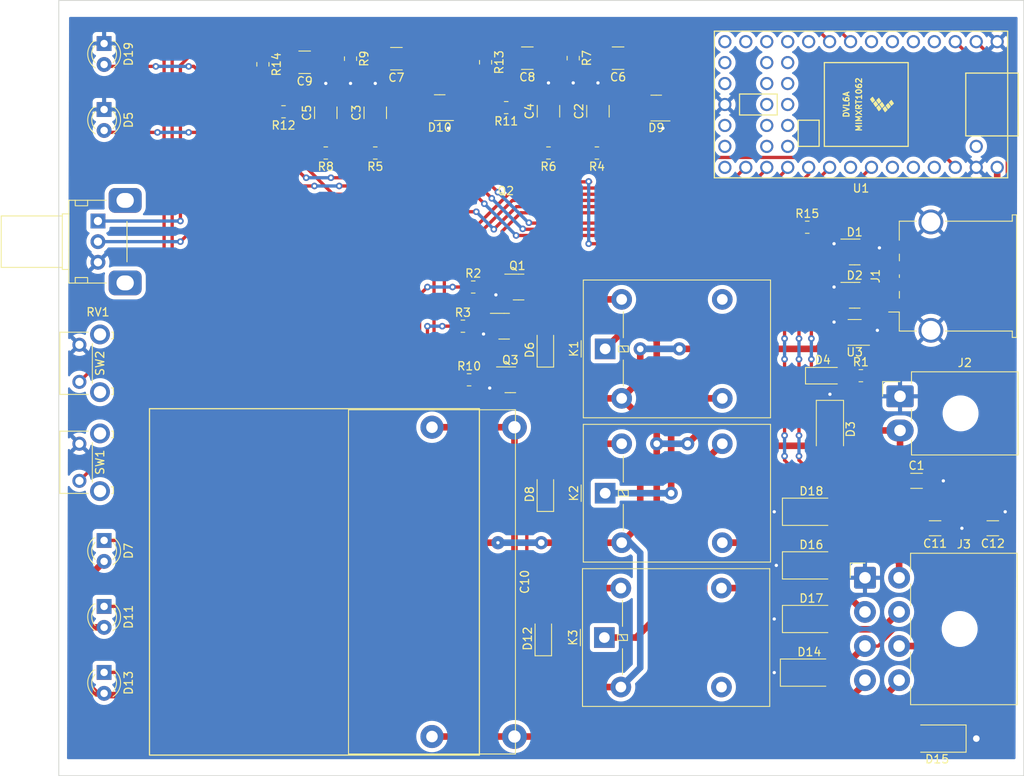
<source format=kicad_pcb>
(kicad_pcb (version 20221018) (generator pcbnew)
  (layers (0 "F.Cu" signal) (31 "B.Cu" signal) (34 "B.Paste" user) (35 "F.Paste" user) (36 "B.SilkS" user "B.Silkscreen") (37 "F.SilkS" user "F.Silkscreen") (38 "B.Mask" user) (39 "F.Mask" user) (44 "Edge.Cuts" user))
  (net 0 "")
  (net 1 "/26VAC")
  (net 2 "Net-(D19-A)")
  (net 3 "Net-(C2-Pad1)")
  (net 4 "GND")
  (net 5 "Net-(C3-Pad1)")
  (net 6 "/Flt_W+")
  (net 7 "Net-(C6-Pad2)")
  (net 8 "/Flt_W-")
  (net 9 "Net-(C7-Pad2)")
  (net 10 "Net-(C8-Pad2)")
  (net 11 "Net-(C9-Pad2)")
  (net 12 "/Cap1")
  (net 13 "/Cap2")
  (net 14 "/Wiper+")
  (net 15 "/Wiper-")
  (net 16 "/+5V")
  (net 17 "/Ctlr_Tx")
  (net 18 "/Ctlr_Rx")
  (net 19 "Net-(D4-K)")
  (net 20 "Net-(D6-A)")
  (net 21 "Net-(D11-K)")
  (net 22 "/3V3")
  (net 23 "Net-(D12-A)")
  (net 24 "Net-(J1-VBUS)")
  (net 25 "Net-(K1-Pad3)")
  (net 27 "/Left")
  (net 28 "/Right")
  (net 30 "/Brake")
  (net 31 "/Mot_Ctl")
  (net 32 "/Dir_Ctl")
  (net 33 "/Brk_Ctl")
  (net 34 "/CW")
  (net 35 "/CCW")
  (net 66 "Net-(D7-K)")
  (net 67 "Net-(D8-A)")
  (net 68 "Net-(D13-K)")
  (net 69 "Net-(D4-A)")
  (net 70 "/Hdg")
  (footprint "Resistor_SMD:R_0805_2012Metric_Pad1.20x1.40mm_HandSolder" (layer "F.Cu") (at 157.125 54 -90)
    (fp_text reference "R7")
    (fp_text value "27K 1%")
  )
  (footprint "LED_THT:LED_D3.0mm_IRBlack" (layer "F.Cu") (at 100.25 120.475 -90)
    (fp_text reference "D11")
    (fp_text value "IR204A")
  )
  (footprint "Package_TO_SOT_SMD:SOT-23-5" (layer "F.Cu") (at 191.25 87.25 180)
    (fp_text reference "U3")
    (fp_text value "AP2161W")
  )
  (footprint "Connector_TE-Connectivity:TE_MATE-N-LOK_1-770966-x_1x02_P4.14mm_Horizontal" (layer "F.Cu") (at 196.75 95)
    (fp_text reference "J2")
    (fp_text value "26 VAC")
  )
  (footprint "Diode_SMD:D_SMA" (layer "F.Cu") (at 185.75 128.5)
    (fp_text reference "D14")
    (fp_text value "SMAJ90CA")
  )
  (footprint "Connector_USB:USB_A_TE_292303-7_Horizontal" (layer "F.Cu") (at 203.19 80.43 90)
    (fp_text reference "J1")
    (fp_text value "USB_A")
  )
  (footprint "Resistor_SMD:R_0805_2012Metric_Pad1.20x1.40mm_HandSolder" (layer "F.Cu") (at 127.125 65.5 180)
    (fp_text reference "R8")
    (fp_text value "27K 1%")
  )
  (footprint "Diode_SMD:D_SOD-123F" (layer "F.Cu") (at 153.5 124.25 90)
    (fp_text reference "D12")
    (fp_text value "1N4148")
  )
  (footprint "Relay_THT:Relay_SPDT_Omron-G5LE-1" (layer "F.Cu") (at 160.9 124.25 90)
    (fp_text reference "K3")
    (fp_text value "G5LE-1")
  )
  (footprint "Capacitor_THT:C_Rect_L41.5mm_W20.0mm_P37.50mm_MKS4" (layer "F.Cu") (at 140 98.75 -90)
    (fp_text reference "C10")
    (fp_text value "100 uFd")
  )
  (footprint "Resistor_SMD:R_0805_2012Metric_Pad1.20x1.40mm_HandSolder" (layer "F.Cu") (at 143.75 86.5)
    (fp_text reference "R3")
    (fp_text value "560")
  )
  (footprint "Package_TO_SOT_SMD:SOT-23" (layer "F.Cu") (at 140.9375 60 180)
    (fp_text reference "D10")
    (fp_text value "BAS40-04")
  )
  (footprint "Resistor_SMD:R_0805_2012Metric_Pad1.20x1.40mm_HandSolder" (layer "F.Cu") (at 185.5 74.5)
    (fp_text reference "R15")
    (fp_text value "560")
  )
  (footprint "Resistor_SMD:R_0805_2012Metric_Pad1.20x1.40mm_HandSolder" (layer "F.Cu") (at 130.125 54.0625 -90)
    (fp_text reference "R9")
    (fp_text value "27K 1%")
  )
  (footprint "Resistor_SMD:R_0805_2012Metric_Pad1.20x1.40mm_HandSolder" (layer "F.Cu") (at 144.5 93)
    (fp_text reference "R10")
    (fp_text value "560")
  )
  (footprint "Diode_SMD:D_SMA" (layer "F.Cu") (at 188.25 99 -90)
    (fp_text reference "D3")
    (fp_text value "SMAJ90CA")
  )
  (footprint "Resistor_SMD:R_0805_2012Metric_Pad1.20x1.40mm_HandSolder" (layer "F.Cu") (at 160 65.5 180)
    (fp_text reference "R4")
    (fp_text value "27K 1%")
  )
  (footprint "Diode_SMD:D_SOD-123F" (layer "F.Cu") (at 187.5 92.5)
    (fp_text reference "D4")
    (fp_text value "1N4148")
  )
  (footprint "Capacitor_SMD:C_1210_3225Metric_Pad1.33x2.70mm_HandSolder" (layer "F.Cu") (at 151.5625 54 180)
    (fp_text reference "C8")
    (fp_text value "0.1 2%")
  )
  (footprint "LED_THT:LED_D3.0mm_IRBlack" (layer "F.Cu") (at 100.25 60.23 -90)
    (fp_text reference "D5")
    (fp_text value "IR204A")
  )
  (footprint "Package_TO_SOT_SMD:SOT-23" (layer "F.Cu") (at 148.75 86.5)
    (fp_text reference "Q2")
    (fp_text value "BSS123")
  )
  (footprint "Resistor_SMD:R_0805_2012Metric_Pad1.20x1.40mm_HandSolder" (layer "F.Cu") (at 146.5 54.5 -90)
    (fp_text reference "R13")
    (fp_text value "360")
  )
  (footprint "Resistor_SMD:R_0805_2012Metric_Pad1.20x1.40mm_HandSolder" (layer "F.Cu") (at 149 60 180)
    (fp_text reference "R11")
    (fp_text value "1K")
  )
  (footprint "Capacitor_SMD:C_1206_3216Metric_Pad1.33x1.80mm_HandSolder" (layer "F.Cu") (at 198.75 105.25)
    (fp_text reference "C1")
    (fp_text value "0.1 200V")
  )
  (footprint "Resistor_SMD:R_0805_2012Metric_Pad1.20x1.40mm_HandSolder" (layer "F.Cu") (at 119.5 54.75 -90)
    (fp_text reference "R14")
    (fp_text value "360")
  )
  (footprint "Diode_SMD:D_SMA" (layer "F.Cu") (at 186 109)
    (fp_text reference "D18")
    (fp_text value "SMAJ90CA")
  )
  (footprint "Package_TO_SOT_SMD:SOT-23" (layer "F.Cu") (at 150.5 81.75)
    (fp_text reference "Q1")
    (fp_text value "BSS123")
  )
  (footprint "Diode_SMD:D_SOD-123F" (layer "F.Cu") (at 153.75 89.25 90)
    (fp_text reference "D6")
    (fp_text value "1N4148")
  )
  (footprint "Capacitor_SMD:C_1206_3216Metric_Pad1.33x1.80mm_HandSolder" (layer "F.Cu") (at 208 111 180)
    (fp_text reference "C12")
    (fp_text value "0.1 200V")
  )
  (footprint "Diode_SMD:D_SMA" (layer "F.Cu") (at 186 115.5)
    (fp_text reference "D16")
    (fp_text value "SMAJ90CA")
  )
  (footprint "LED_THT:LED_D3.0mm_IRBlack" (layer "F.Cu") (at 100.25 112.475 -90)
    (fp_text reference "D7")
    (fp_text value "IR204A")
  )
  (footprint "Capacitor_SMD:C_1210_3225Metric_Pad1.33x2.70mm_HandSolder" (layer "F.Cu") (at 160.125 60.4375 90)
    (fp_text reference "C2")
    (fp_text value "0.1 2%")
  )
  (footprint "Capacitor_SMD:C_1210_3225Metric_Pad1.33x2.70mm_HandSolder" (layer "F.Cu") (at 135.6875 54.0625 180)
    (fp_text reference "C7")
    (fp_text value "0.1 2%")
  )
  (footprint "Relay_THT:Relay_SPDT_Omron-G5LE-1" (layer "F.Cu") (at 161 106.75 90)
    (fp_text reference "K2")
    (fp_text value "G5LE-1")
  )
  (footprint "Package_TO_SOT_SMD:SOT-23" (layer "F.Cu") (at 149.5 93)
    (fp_text reference "Q3")
    (fp_text value "BSS123")
  )
  (footprint "Teensy:Teensy40" (layer "F.Cu") (at 192.02 59.62 180)
    (fp_text reference "U1")
    (fp_text value "Teensy4.0" hide)
  )
  (footprint "Relay_THT:Relay_SPDT_Omron-G5LE-1" (layer "F.Cu") (at 161 89.25 90)
    (fp_text reference "K1")
    (fp_text value "G5LE-1")
  )
  (footprint "Resistor_SMD:R_0805_2012Metric_Pad1.20x1.40mm_HandSolder" (layer "F.Cu") (at 154.125 65.5 180)
    (fp_text reference "R6")
    (fp_text value "27K 1%")
  )
  (footprint "LED_THT:LED_D3.0mm_IRBlack" (layer "F.Cu") (at 100.25 128.475 -90)
    (fp_text reference "D13")
    (fp_text value "IR204A")
  )
  (footprint "Button_Switch_THT:SW_SPST_Omron_B3F-315x_Angled" (layer "F.Cu") (at 97.25 93.25 90)
    (fp_text reference "SW2")
    (fp_text value "SW_CCW")
  )
  (footprint "Package_TO_SOT_SMD:SOT-23" (layer "F.Cu") (at 167.1875 60.05 180)
    (fp_text reference "D9")
    (fp_text value "BAS40-04")
  )
  (footprint "Diode_SMD:D_SMA" (layer "F.Cu") (at 201.25 136.5 180)
    (fp_text reference "D15")
    (fp_text value "SMAJ90CA")
  )
  (footprint "LED_THT:LED_D3.0mm_IRBlack" (layer "F.Cu") (at 100.25 52.23 -90)
    (fp_text reference "D19")
    (fp_text value "IR204A")
  )
  (footprint "Diode_SMD:D_SMA" (layer "F.Cu") (at 186 122)
    (fp_text reference "D17")
    (fp_text value "SMAJ90CA")
  )
  (footprint "Package_TO_SOT_SMD:SOT-23" (layer "F.Cu") (at 191.25 77.5)
    (fp_text reference "D1")
    (fp_text value "BAS40-04")
  )
  (footprint "Potentiometer_THT:Potentiometer_Alps_RK09K_Single_Horizontal" (layer "F.Cu") (at 99.5 73.75)
    (fp_text reference "RV1")
    (fp_text value "R_Potentiometer_US")
  )
  (footprint "Resistor_SMD:R_0805_2012Metric_Pad1.20x1.40mm_HandSolder" (layer "F.Cu") (at 192 92.5)
    (fp_text reference "R1")
    (fp_text value "560")
  )
  (footprint "Capacitor_SMD:C_1210_3225Metric_Pad1.33x2.70mm_HandSolder" (layer "F.Cu") (at 127.125 60.625 90)
    (fp_text reference "C5")
    (fp_text value "0.1 2%")
  )
  (footprint "Button_Switch_THT:SW_SPST_Omron_B3F-315x_Angled" (layer "F.Cu") (at 97.25 105.25 90)
    (fp_text reference "SW1")
    (fp_text value "SW_CW")
  )
  (footprint "Diode_SMD:D_SOD-123F" (layer "F.Cu") (at 153.75 106.75 90)
    (fp_text reference "D8")
    (fp_text value "1N4148")
  )
  (footprint "Connector_TE-Connectivity:TE_MATE-N-LOK_1-770970-x_2x04_P4.14mm_Horizontal" (layer "F.Cu") (at 192.5 117)
    (fp_text reference "J3")
    (fp_text value "Rotator")
  )
  (footprint "Capacitor_SMD:C_1206_3216Metric_Pad1.33x1.80mm_HandSolder" (layer "F.Cu") (at 201 111 180)
    (fp_text reference "C11")
    (fp_text value "0.1 200V")
  )
  (footprint "Capacitor_SMD:C_1210_3225Metric_Pad1.33x2.70mm_HandSolder" (layer "F.Cu") (at 124.5625 54.5 180)
    (fp_text reference "C9")
    (fp_text value "0.1 2%")
  )
  (footprint "Package_TO_SOT_SMD:SOT-23" (layer "F.Cu") (at 191.25 82.75)
    (fp_text reference "D2")
    (fp_text value "BAS40-04")
  )
  (footprint "Resistor_SMD:R_0805_2012Metric_Pad1.20x1.40mm_HandSolder" (layer "F.Cu") (at 133.125 65.5 180)
    (fp_text reference "R5")
    (fp_text value "27K 1%")
  )
  (footprint "Capacitor_SMD:C_1210_3225Metric_Pad1.33x2.70mm_HandSolder" (layer "F.Cu") (at 162.5625 54 180)
    (fp_text reference "C6")
    (fp_text value "0.1 2%")
  )
  (footprint "Capacitor_SMD:C_1210_3225Metric_Pad1.33x2.70mm_HandSolder" (layer "F.Cu") (at 133.125 60.625 90)
    (fp_text reference "C3")
    (fp_text value "0.1 2%")
  )
  (footprint "Resistor_SMD:R_0805_2012Metric_Pad1.20x1.40mm_HandSolder" (layer "F.Cu") (at 145 81.75)
    (fp_text reference "R2")
    (fp_text value "560")
  )
  (footprint "Capacitor_SMD:C_1210_3225Metric_Pad1.33x2.70mm_HandSolder" (layer "F.Cu") (at 154.125 60.4375 90)
    (fp_text reference "C4")
    (fp_text value "0.1 2%")
  )
  (footprint "Resistor_SMD:R_0805_2012Metric_Pad1.20x1.40mm_HandSolder" (layer "F.Cu") (at 122 60.5 180)
    (fp_text reference "R12")
    (fp_text value "1K")
  )
  (gr_rect (start 105.75 96.5) (end 145.75 138.5) (stroke (width 0.15)) (fill none) (layer "F.SilkS"))
  (gr_rect (start 94.75 47) (end 211.75 141) (stroke (width 0.1)) (fill none) (layer "Edge.Cuts"))
  (gr_text "CDE Rotor Controller\nWA1HCO (c) 2024\nCreative Commons License" (at 109 91) (layer "F.Cu") (effects (font (size 1.5 1.5) (thickness 0.3) bold) (justify left bottom)))
  (segment (start 171 100.75) (end 171.25 100.5) (width 0.8) (layer "F.Cu") (net 1))
  (segment (start 191 101) (end 192.86 99.14) (width 0.8) (layer "F.Cu") (net 1))
  (segment (start 163 87.25) (end 166.25 87.25) (width 0.8) (layer "F.Cu") (net 1))
  (segment (start 167.25 88.25) (end 167.25 111.5) (width 0.8) (layer "F.Cu") (net 1))
  (segment (start 167.25 121.75) (end 167 122) (width 0.8) (layer "F.Cu") (net 1))
  (segment (start 167 122) (end 164.75 124.25) (width 0.8) (layer "F.Cu") (net 1))
  (segment (start 188.25 101) (end 179.25 101) (width 0.8) (layer "F.Cu") (net 1))
  (segment (start 196.75 99.14) (end 196.75 102.5) (width 0.8) (layer "F.Cu") (net 1))
  (segment (start 197.1875 102.9375) (end 197.1875 105.25) (width 0.8) (layer "F.Cu") (net 1))
  (segment (start 173.25 98.5) (end 171 100.75) (width 0.8) (layer "F.Cu") (net 1))
  (segment (start 196.75 102.5) (end 197.1875 102.9375) (width 0.8) (layer "F.Cu") (net 1))
  (segment (start 164.75 124.25) (end 160.9 124.25) (width 0.8) (layer "F.Cu") (net 1))
  (segment (start 176.75 98.5) (end 173.25 98.5) (width 0.8) (layer "F.Cu") (net 1))
  (segment (start 167.25 111.5) (end 167.25 121.75) (width 0.8) (layer "F.Cu") (net 1))
  (segment (start 166.25 87.25) (end 167.25 88.25) (width 0.8) (layer "F.Cu") (net 1))
  (segment (start 192.86 99.14) (end 196.75 99.14) (width 0.8) (layer "F.Cu") (net 1))
  (segment (start 193 99) (end 192.86 99.14) (width 0.4) (layer "F.Cu") (net 1))
  (segment (start 193 92.5) (end 193 99) (width 0.4) (layer "F.Cu") (net 1))
  (segment (start 179.25 101) (end 176.75 98.5) (width 0.8) (layer "F.Cu") (net 1))
  (segment (start 188.25 101) (end 191 101) (width 0.8) (layer "F.Cu") (net 1))
  (segment (start 161 89.25) (end 163 87.25) (width 0.8) (layer "F.Cu") (net 1))
  (via (at 167.25 100.75) (size 1.6) (drill 0.8) (layers "F.Cu" "B.Cu") (net 1))
  (via (at 171 100.75) (size 1.6) (drill 0.8) (layers "F.Cu" "B.Cu") (net 1))
  (segment (start 171 100.75) (end 167.25 100.75) (width 0.8) (layer "B.Cu") (net 1))
  (segment (start 124.625 68.5) (end 111.125 55) (width 0.4) (layer "F.Cu") (net 2))
  (segment (start 151.75 73.9505) (end 151.7995 74) (width 0.4) (layer "F.Cu") (net 2))
  (segment (start 100.48 55) (end 100.25 54.77) (width 0.4) (layer "F.Cu") (net 2))
  (segment (start 182.25 74) (end 182.75 74.5) (width 0.4) (layer "F.Cu") (net 2))
  (segment (start 124.75 68.5) (end 124.625 68.5) (width 0.4) (layer "F.Cu") (net 2))
  (segment (start 111.125 55) (end 110.5 55) (width 0.4) (layer "F.Cu") (net 2))
  (segment (start 182.75 74.5) (end 184.5 74.5) (width 0.4) (layer "F.Cu") (net 2))
  (segment (start 106.52 55) (end 100.48 55) (width 0.4) (layer "F.Cu") (net 2))
  (segment (start 151.7995 74) (end 182.25 74) (width 0.4) (layer "F.Cu") (net 2))
  (segment (start 146.25 68.5) (end 127.75 68.5) (width 0.4) (layer "F.Cu") (net 2))
  (segment (start 148 70.25) (end 146.25 68.5) (width 0.4) (layer "F.Cu") (net 2))
  (via (at 151.75 73.9505) (size 0.8) (drill 0.4) (layers "F.Cu" "B.Cu") (net 2))
  (via (at 106.52 55) (size 0.8) (drill 0.4) (layers "F.Cu" "B.Cu") (net 2))
  (via (at 124.75 68.5) (size 0.8) (drill 0.4) (layers "F.Cu" "B.Cu") (net 2))
  (via (at 148 70.25) (size 0.8) (drill 0.4) (layers "F.Cu" "B.Cu") (net 2))
  (via (at 110.5 55) (size 0.8) (drill 0.4) (layers "F.Cu" "B.Cu") (net 2))
  (via (at 127.75 68.5) (size 0.8) (drill 0.4) (layers "F.Cu" "B.Cu") (net 2))
  (segment (start 148 70.25) (end 151.7005 73.9505) (width 0.4) (layer "B.Cu") (net 2))
  (segment (start 124.75 68.5) (end 127.75 68.5) (width 0.4) (layer "B.Cu") (net 2))
  (segment (start 151.7005 73.9505) (end 151.75 73.9505) (width 0.4) (layer "B.Cu") (net 2))
  (segment (start 110.5 55) (end 106.52 55) (width 0.4) (layer "B.Cu") (net 2))
  (segment (start 155.125 65.5) (end 155.125 63) (width 0.25) (layer "F.Cu") (net 3))
  (segment (start 159 65.5) (end 155.125 65.5) (width 0.25) (layer "F.Cu") (net 3))
  (segment (start 155.125 63) (end 154.125 62) (width 0.25) (layer "F.Cu") (net 3))
  (segment (start 159 63.125) (end 160.125 62) (width 0.25) (layer "F.Cu") (net 3))
  (segment (start 159 65.5) (end 159 63.125) (width 0.25) (layer "F.Cu") (net 3))
  (segment (start 189.05 86.3) (end 190.1125 86.3) (width 0.4) (layer "F.Cu") (net 4))
  (segment (start 188.8 81.8) (end 190.3125 81.8) (width 0.4) (layer "F.Cu") (net 4))
  (segment (start 181.75 115.5) (end 184 115.5) (width 0.8) (layer "F.Cu") (net 4))
  (segment (start 147.75 82.7) (end 149.5625 82.7) (width 0.4) (layer "F.Cu") (net 4))
  (segment (start 160.125 58.875) (end 160.125 57) (width 0.8) (layer "F.Cu") (net 4))
  (segment (start 188.25 97) (end 188.25 94.75) (width 0.8) (layer "F.Cu") (net 4))
  (segment (start 184 109) (end 181.5 109) (width 0.4) (layer "F.Cu") (net 4))
  (segment (start 168.125 61) (end 168.125 62.375) (width 0.8) (layer "F.Cu") (net 4))
  (segment (start 206 136.5) (end 203.25 136.5) (width 0.8) (layer "F.Cu") (net 4))
  (segment (start 133.125 59.0625) (end 133.125 57.0625) (width 0.8) (layer "F.Cu") (net 4))
  (segment (start 141.875 62.375) (end 142 62.5) (width 0.4) (layer "F.Cu") (net 4))
  (segment (start 168.125 62.375) (end 168 62.5) (width 0.8) (layer "F.Cu") (net 4))
  (segment (start 194.32 76.93) (end 196.81 76.93) (width 0.8) (layer "F.Cu") (net 4))
  (segment (start 202 105.25) (end 200.3125 105.25) (width 0.8) (layer "F.Cu") (net 4))
  (segment (start 194.25 77) (end 194.32 76.93) (width 0.8) (layer "F.Cu") (net 4))
  (segment (start 141.875 60.95) (end 141.875 62.375) (width 0.4) (layer "F.Cu") (net 4))
  (segment (start 157.125 55) (end 157.125 57) (width 0.8) (layer "F.Cu") (net 4))
  (segment (start 188.75 76.5) (end 188.8 76.55) (width 0.4) (layer "F.Cu") (net 4))
  (segment (start 127.125 59.0625) (end 127.125 57.0625) (width 0.8) (layer "F.Cu") (net 4))
  (segment (start 193.75 87.25) (end 192.3875 87.25) (width 0.4) (layer "F.Cu") (net 4))
  (segment (start 188.8 76.55) (end 190.3125 76.55) (width 0.4) (layer "F.Cu") (net 4))
  (segment (start 194 87) (end 193.75 87.25) (width 0.4) (layer "F.Cu") (net 4))
  (segment (start 209.5 110.9375) (end 209.5625 111) (width 0.4) (layer "F.Cu") (net 4))
  (segment (start 146.25 87.45) (end 147.8125 87.45) (width 0.4) (layer "F.Cu") (net 4))
  (segment (start 188.75 81.75) (end 188.8 81.8) (width 0.4) (layer "F.Cu") (net 4))
  (segment (start 209.5 109) (end 209.5 110.9375) (width 0.4) (layer "F.Cu") (net 4))
  (segment (start 148.5125 94) (end 148.5625 93.95) (width 0.4) (layer "F.Cu") (net 4))
  (segment (start 154.125 58.875) (end 154.125 57) (width 0.8) (layer "F.Cu") (net 4))
  (segment (start 147 94) (end 148.5125 94) (width 0.4) (layer "F.Cu") (net 4))
  (segment (start 130.125 55.0625) (end 130.125 57.0625) (width 0.8) (layer "F.Cu") (net 4))
  (segment (start 188.75 86) (end 189.05 86.3) (width 0.4) (layer "F.Cu") (net 4))
  (segment (start 181.5 122) (end 184 122) (width 0.8) (layer "F.Cu") (net 4))
  (segment (start 204.25 111) (end 202.5625 111) (width 0.4) (layer "F.Cu") (net 4))
  (segment (start 181.5 128.5) (end 183.75 128.5) (width 0.8) (layer "F.Cu") (net 4))
  (via (at 204.25 111) (size 0.8) (drill 0.4) (layers "F.Cu" "B.Cu") (net 4))
  (via (at 157.125 57) (size 0.8) (drill 0.4) (layers "F.Cu" "B.Cu") (net 4))
  (via (at 202 105.25) (size 0.8) (drill 0.4) (layers "F.Cu" "B.Cu") (net 4))
  (via (at 188.75 81.75) (size 0.8) (drill 0.4) (layers "F.Cu" "B.Cu") (net 4))
  (via (at 194 87) (size 0.8) (drill 0.4) (layers "F.Cu" "B.Cu") (net 4))
  (via (at 188.75 86) (size 0.8) (drill 0.4) (layers "F.Cu" "B.Cu") (net 4))
  (via (at 188.25 94.75) (size 0.8) (drill 0.4) (layers "F.Cu" "B.Cu") (net 4))
  (via (at 146.25 87.45) (size 0.8) (drill 0.4) (layers "F.Cu" "B.Cu") (net 4))
  (via (at 147.75 82.7) (size 0.8) (drill 0.4) (layers "F.Cu" "B.Cu") (net 4))
  (via (at 142 62.5) (size 0.8) (drill 0.4) (layers "F.Cu" "B.Cu") (net 4))
  (via (at 130.125 57.0625) (size 0.8) (drill 0.4) (layers "F.Cu" "B.Cu") (net 4))
  (via (at 194.25 77) (size 0.8) (drill 0.4) (layers "F.Cu" "B.Cu") (net 4))
  (via (at 206 136.5) (size 1.6) (drill 0.8) (layers "F.Cu" "B.Cu") (net 4))
  (via (at 209.5 109) (size 0.8) (drill 0.4) (layers "F.Cu" "B.Cu") (net 4))
  (via (at 188.75 76.5) (size 0.8) (drill 0.4) (layers "F.Cu" "B.Cu") (net 4))
  (via (at 154.125 57) (size 0.8) (drill 0.4) (layers "F.Cu" "B.Cu") (net 4))
  (via (at 181.5 122) (size 0.8) (drill 0.4) (layers "F.Cu" "B.Cu") (net 4))
  (via (at 181.5 128.5) (size 0.8) (drill 0.4) (layers "F.Cu" "B.Cu") (net 4))
  (via (at 133.125 57.0625) (size 0.8) (drill 0.4) (layers "F.Cu" "B.Cu") (net 4))
  (via (at 181.75 115.5) (size 0.8) (drill 0.4) (layers "F.Cu" "B.Cu") (net 4))
  (via (at 181.5 109) (size 0.8) (drill 0.4) (layers "F.Cu" "B.Cu") (net 4))
  (via (at 147 94) (size 0.8) (drill 0.4) (layers "F.Cu" "B.Cu") (net 4))
  (via (at 160.125 57) (size 0.8) (drill 0.4) (layers "F.Cu" "B.Cu") (net 4))
  (via (at 127.125 57.0625) (size 0.8) (drill 0.4) (layers "F.Cu" "B.Cu") (net 4))
  (via (at 168 62.5) (size 0.8) (drill 0.4) (layers "F.Cu" "B.Cu") (net 4))
  (segment (start 132.125 65.5) (end 128.125 65.5) (width 0.4) (layer "F.Cu") (net 5))
  (segment (start 128.125 64.375) (end 128.125 65.5) (width 0.4) (layer "F.Cu") (net 5))
  (segment (start 132.125 65.5) (end 132.125 64.625) (width 0.4) (layer "F.Cu") (net 5))
  (segment (start 127.125 62.1875) (end 127.125 63.375) (width 0.4) (layer "F.Cu") (net 5))
  (segment (start 132.125 64.625) (end 133.125 63.625) (width 0.4) (layer "F.Cu") (net 5))
  (segment (start 127.125 63.375) (end 128.125 64.375) (width 0.4) (layer "F.Cu") (net 5))
  (segment (start 133.125 63.625) (end 133.125 62.1875) (width 0.4) (layer "F.Cu") (net 5))
  (segment (start 164.125 63.375) (end 162 65.5) (width 0.4) (layer "F.Cu") (net 6))
  (segment (start 176.25 69) (end 178.01 67.24) (width 0.4) (layer "F.Cu") (net 6))
  (segment (start 171.3 60.05) (end 171.3 66.33) (width 0.4) (layer "F.Cu") (net 6))
  (segment (start 164.125 61.175) (end 164.125 63.375) (width 0.4) (layer "F.Cu") (net 6))
  (segment (start 162 65.5) (end 161 65.5) (width 0.4) (layer "F.Cu") (net 6))
  (segment (start 164.125 54) (end 164.125 58.925) (width 0.4) (layer "F.Cu") (net 6))
  (segment (start 178.01 67.24) (end 178.05 67.24) (width 0.4) (layer "F.Cu") (net 6))
  (segment (start 173.97 69) (end 176.25 69) (width 0.4) (layer "F.Cu") (net 6))
  (segment (start 171.3 66.33) (end 173.97 69) (width 0.4) (layer "F.Cu") (net 6))
  (segment (start 164.125 58.925) (end 165.25 60.05) (width 0.4) (layer "F.Cu") (net 6))
  (segment (start 166.25 60.05) (end 165.25 60.05) (width 0.4) (layer "F.Cu") (net 6))
  (segment (start 165.25 60.05) (end 164.125 61.175) (width 0.4) (layer "F.Cu") (net 6))
  (segment (start 166.25 60.05) (end 171.3 60.05) (width 0.4) (layer "F.Cu") (net 6))
  (segment (start 160 53) (end 161 54) (width 0.25) (layer "F.Cu") (net 7))
  (segment (start 157.125 53) (end 160 53) (width 0.25) (layer "F.Cu") (net 7))
  (segment (start 153.125 54) (end 154.125 53) (width 0.25) (layer "F.Cu") (net 7))
  (segment (start 154.125 53) (end 157.125 53) (width 0.25) (layer "F.Cu") (net 7))
  (segment (start 138.125 60.0625) (end 137.125 61.0625) (width 0.2) (layer "F.Cu") (net 8))
  (segment (start 180.59 67.24) (end 180.59 67.41) (width 0.4) (layer "F.Cu") (net 8))
  (segment (start 137.125 62.5) (end 134.125 65.5) (width 0.2) (layer "F.Cu") (net 8))
  (segment (start 139.25 60.0125) (end 138.175 60.0125) (width 0.2) (layer "F.Cu") (net 8))
  (segment (start 138.175 60.0125) (end 138.125 60.0625) (width 0.2) (layer "F.Cu") (net 8))
  (segment (start 137.125 59.0625) (end 138.125 60.0625) (width 0.2) (layer "F.Cu") (net 8))
  (segment (start 178.25 69.75) (end 153.25 69.75) (width 0.4) (layer "F.Cu") (net 8))
  (segment (start 180.59 67.24) (end 180.59 67.86) (width 0.4) (layer "F.Cu") (net 8))
  (segment (start 137.125 61.0625) (end 137.125 62.5) (width 0.2) (layer "F.Cu") (net 8))
  (segment (start 143.5 60) (end 140 60) (width 0.4) (layer "F.Cu") (net 8))
  (segment (start 180.59 67.41) (end 178.25 69.75) (width 0.4) (layer "F.Cu") (net 8))
  (segment (start 153.25 69.75) (end 143.5 60) (width 0.4) (layer "F.Cu") (net 8))
  (segment (start 137.125 54.0625) (end 137.125 59.0625) (width 0.2) (layer "F.Cu") (net 8))
  (segment (start 137.25 54.0625) (end 137.125 54.0625) (width 0.2) (layer "F.Cu") (net 8))
  (segment (start 133.125 53.0625) (end 130.125 53.0625) (width 0.25) (layer "F.Cu") (net 9))
  (segment (start 134.125 54.0625) (end 133.125 53.0625) (width 0.25) (layer "F.Cu") (net 9))
  (segment (start 126.125 54.5) (end 127.5625 53.0625) (width 0.25) (layer "F.Cu") (net 9))
  (segment (start 127.5625 53.0625) (end 130.125 53.0625) (width 0.25) (layer "F.Cu") (net 9))
  (segment (start 153.125 64.8125) (end 153.125 65.5) (width 0.25) (layer "F.Cu") (net 10))
  (segment (start 150 60) (end 150 54) (width 0.25) (layer "F.Cu") (net 10))
  (segment (start 150 61.6875) (end 153.125 64.8125) (width 0.25) (layer "F.Cu") (net 10))
  (segment (start 150 60) (end 150 61.6875) (width 0.25) (layer "F.Cu") (net 10))
  (segment (start 126 65.5) (end 126.125 65.5) (width 0.25) (layer "F.Cu") (net 11))
  (segment (start 123 62.5) (end 126 65.5) (width 0.25) (layer "F.Cu") (net 11))
  (segment (start 123 60.5) (end 123 62.5) (width 0.25) (layer "F.Cu") (net 11))
  (segment (start 123 60.5) (end 123 54.5) (width 0.25) (layer "F.Cu") (net 11))
  (segment (start 155.75 134.25) (end 188.03 134.25) (width 0.8) (layer "F.Cu") (net 12))
  (segment (start 150 128.5) (end 155.75 134.25) (width 0.8) (layer "F.Cu") (net 12))
  (segment (start 150 98.75) (end 150 128.5) (width 0.8) (layer "F.Cu") (net 12))
  (segment (start 192.5 129.78) (end 192.5 129.42) (width 0.8) (layer "F.Cu") (net 12))
  (segment (start 188.03 134.25) (end 192.5 129.78) (width 0.8) (layer "F.Cu") (net 12))
  (segment (start 150 98.75) (end 140 98.75) (width 0.8) (layer "F.Cu") (net 12))
  (via (at 150 98.75) (size 3) (drill 1.5) (layers "F.Cu" "B.Cu") (net 12))
  (segment (start 196.64 129.61) (end 196.64 129.42) (width 0.8) (layer "F.Cu") (net 13))
  (segment (start 150 136.25) (end 190 136.25) (width 0.8) (layer "F.Cu") (net 13))
  (segment (start 190 136.25) (end 196.64 129.61) (width 0.8) (layer "F.Cu") (net 13))
  (segment (start 150 136.25) (end 140 136.25) (width 0.8) (layer "F.Cu") (net 13))
  (via (at 150 136.25) (size 3) (drill 1.5) (layers "F.Cu" "B.Cu") (net 13))
  (segment (start 159 76.5) (end 180.75 76.5) (width 0.4) (layer "F.Cu") (net 14))
  (segment (start 148 63.25) (end 148 60) (width 0.4) (layer "F.Cu") (net 14))
  (segment (start 189.25 128.5) (end 192.47 125.28) (width 0.8) (layer "F.Cu") (net 14))
  (segment (start 187.75 128.5) (end 189.25 128.5) (width 0.8) (layer "F.Cu") (net 14))
  (segment (start 192.47 125.28) (end 192.5 125.28) (width 0.8) (layer "F.Cu") (net 14))
  (segment (start 192.5 125.28) (end 193.07 125.28) (width 0.8) (layer "F.Cu") (net 14))
  (segment (start 159.25 69) (end 153.75 69) (width 0.4) (layer "F.Cu") (net 14))
  (segment (start 198 111) (end 199.4375 111) (width 0.4) (layer "F.Cu") (net 14))
  (segment (start 182.75 99.75) (end 182.75 90.5) (width 0.4) (layer "F.Cu") (net 14))
  (segment (start 185.5 105.5) (end 192.5 105.5) (width 0.4) (layer "F.Cu") (net 14))
  (segment (start 146.5 58.5) (end 148 60) (width 0.4) (layer "F.Cu") (net 14))
  (segment (start 182.75 78.5) (end 182.75 88) (width 0.4) (layer "F.Cu") (net 14))
  (segment (start 199.4375 113.3125) (end 199.4375 111) (width 0.4) (layer "F.Cu") (net 14))
  (segment (start 199 113.75) (end 199.4375 113.3125) (width 0.4) (layer "F.Cu") (net 14))
  (segment (start 199 122.286224) (end 199 113.75) (width 0.4) (layer "F.Cu") (net 14))
  (segment (start 198.036224 123.25) (end 199 122.286224) (width 0.4) (layer "F.Cu") (net 14))
  (segment (start 192.5 125.28) (end 194.095 125.28) (width 0.4) (layer "F.Cu") (net 14))
  (segment (start 192.5 105.5) (end 198 111) (width 0.4) (layer "F.Cu") (net 14))
  (segment (start 182.75 102.75) (end 185.5 105.5) (width 0.4) (layer "F.Cu") (net 14))
  (segment (start 182.75 102.25) (end 182.75 102.75) (width 0.4) (layer "F.Cu") (net 14))
  (segment (start 194.095 125.28) (end 196.125 123.25) (width 0.4) (layer "F.Cu") (net 14))
  (segment (start 146.5 55.5) (end 146.5 58.5) (width 0.4) (layer "F.Cu") (net 14))
  (segment (start 196.125 123.25) (end 198.036224 123.25) (width 0.4) (layer "F.Cu") (net 14))
  (segment (start 180.75 76.5) (end 182.75 78.5) (width 0.4) (layer "F.Cu") (net 14))
  (segment (start 153.75 69) (end 148 63.25) (width 0.4) (layer "F.Cu") (net 14))
  (via (at 159 76.5) (size 0.8) (drill 0.4) (layers "F.Cu" "B.Cu") (net 14))
  (via (at 182.75 88) (size 0.8) (drill 0.4) (layers "F.Cu" "B.Cu") (net 14))
  (via (at 182.75 102.25) (size 0.8) (drill 0.4) (layers "F.Cu" "B.Cu") (net 14))
  (via (at 159 68.9505) (size 0.8) (drill 0.4) (layers "F.Cu" "B.Cu") (net 14))
  (via (at 182.75 90.5) (size 0.8) (drill 0.4) (layers "F.Cu" "B.Cu") (net 14))
  (via (at 182.75 99.75) (size 0.8) (drill 0.4) (layers "F.Cu" "B.Cu") (net 14))
  (segment (start 182.75 102.25) (end 182.75 99.75) (width 0.4) (layer "B.Cu") (net 14))
  (segment (start 159 68.9505) (end 159 76.5) (width 0.4) (layer "B.Cu") (net 14))
  (segment (start 182.75 90.5) (end 182.75 88) (width 0.4) (layer "B.Cu") (net 14))
  (segment (start 184.5 102.25) (end 184.5 102.75) (width 0.4) (layer "F.Cu") (net 15))
  (segment (start 197.75 109.25) (end 206.4375 109.25) (width 0.4) (layer "F.Cu") (net 15))
  (segment (start 150.2005 75.5) (end 181 75.5) (width 0.4) (layer "F.Cu") (net 15))
  (segment (start 206.4375 113.3125) (end 206.4375 111) (width 0.4) (layer "F.Cu") (net 15))
  (segment (start 199.28 126) (end 200 125.28) (width 0.4) (layer "F.Cu") (net 15))
  (segment (start 119.5 55.75) (end 119.5 59) (width 0.4) (layer "F.Cu") (net 15))
  (segment (start 121 63.5) (end 121 60.5) (width 0.4) (layer "F.Cu") (net 15))
  (segment (start 184.5 99.75) (end 184.5 90.5) (width 0.4) (layer "F.Cu") (net 15))
  (segment (start 119.5 59) (end 121 60.5) (width 0.4) (layer "F.Cu") (net 15))
  (segment (start 181 75.5) (end 184.5 79) (width 0.4) (layer "F.Cu") (net 15))
  (segment (start 199.25 126.03) (end 199.25 136.5) (width 0.8) (layer "F.Cu") (net 15))
  (segment (start 146.35025 71.64975) (end 145.2005 70.5) (width 0.4) (layer "F.Cu") (net 15))
  (segment (start 184.5 102.75) (end 186.5 104.75) (width 0.4) (layer "F.Cu") (net 15))
  (segment (start 184.5 79) (end 184.5 88) (width 0.4) (layer "F.Cu") (net 15))
  (segment (start 199.28 126) (end 199.25 126.03) (width 0.8) (layer "F.Cu") (net 15))
  (segment (start 186.5 104.75) (end 193.25 104.75) (width 0.4) (layer "F.Cu") (net 15))
  (segment (start 196.64 125.28) (end 198.56 125.28) (width 0.8) (layer "F.Cu") (net 15))
  (segment (start 200 115.25) (end 204.5 115.25) (width 0.4) (layer "F.Cu") (net 15))
  (segment (start 204.5 115.25) (end 206.4375 113.3125) (width 0.4) (layer "F.Cu") (net 15))
  (segment (start 128 70.5) (end 121 63.5) (width 0.4) (layer "F.Cu") (net 15))
  (segment (start 198.56 125.28) (end 199.28 126) (width 0.8) (layer "F.Cu") (net 15))
  (segment (start 200 125.28) (end 200 115.25) (width 0.4) (layer "F.Cu") (net 15))
  (segment (start 145.2005 70.5) (end 128 70.5) (width 0.4) (layer "F.Cu") (net 15))
  (segment (start 206.4375 109.25) (end 206.4375 111) (width 0.4) (layer "F.Cu") (net 15))
  (segment (start 193.25 104.75) (end 197.75 109.25) (width 0.4) (layer "F.Cu") (net 15))
  (via (at 146.35025 71.64975) (size 0.8) (drill 0.4) (layers "F.Cu" "B.Cu") (net 15))
  (via (at 184.5 88) (size 0.8) (drill 0.4) (layers "F.Cu" "B.Cu") (net 15))
  (via (at 184.5 90.5) (size 0.8) (drill 0.4) (layers "F.Cu" "B.Cu") (net 15))
  (via (at 184.5 102.25) (size 0.8) (drill 0.4) (layers "F.Cu" "B.Cu") (net 15))
  (via (at 150.2005 75.5) (size 0.8) (drill 0.4) (layers "F.Cu" "B.Cu") (net 15))
  (via (at 184.5 99.75) (size 0.8) (drill 0.4) (layers "F.Cu" "B.Cu") (net 15))
  (segment (start 150.2005 75.5) (end 146.35025 71.64975) (width 0.4) (layer "B.Cu") (net 15))
  (segment (start 184.5 102.25) (end 184.5 99.75) (width 0.4) (layer "B.Cu") (net 15))
  (segment (start 184.5 90.5) (end 184.5 88) (width 0.4) (layer "B.Cu") (net 15))
  (segment (start 190.2625 83.75) (end 190.3125 83.7) (width 0.4) (layer "F.Cu") (net 16))
  (segment (start 188 74.5) (end 186.5 74.5) (width 0.4) (layer "F.Cu") (net 16))
  (segment (start 107.275 131.225) (end 100.46 131.225) (width 0.8) (layer "F.Cu") (net 16))
  (segment (start 156.25 130.25) (end 162.9 130.25) (width 0.8) (layer "F.Cu") (net 16))
  (segment (start 153.75 109.5) (end 157 112.75) (width 0.8) (layer "F.Cu") (net 16))
  (segment (start 98.25 123.015) (end 98.25 129.975) (width 0.8) (layer "F.Cu") (net 16))
  (segment (start 190.3125 78.45) (end 187.5 78.45) (width 0.4) (layer "F.Cu") (net 16))
  (segment (start 187.5 83.75) (end 190.2625 83.75) (width 0.4) (layer "F.Cu") (net 16))
  (segment (start 206.2 71.25) (end 208.53 68.92) (width 0.8) (layer "F.Cu") (net 16))
  (segment (start 163 95.25) (end 165.25 97.5) (width 0.8) (layer "F.Cu") (net 16))
  (segment (start 197.5 71.25) (end 206.2 71.25) (width 0.8) (layer "F.Cu") (net 16))
  (segment (start 159 112.75) (end 163 112.75) (width 0.8) (layer "F.Cu") (net 16))
  (segment (start 153.5 125.65) (end 153.5 127.5) (width 0.8) (layer "F.Cu") (net 16))
  (segment (start 188.5 75) (end 189 74.5) (width 0.8) (layer "F.Cu") (net 16))
  (segment (start 100.46 131.225) (end 100.25 131.015) (width 0.8) (layer "F.Cu") (net 16))
  (segment (start 187.5 88.47) (end 186.72 89.25) (width 0.8) (layer "F.Cu") (net 16))
  (segment (start 157 95.25) (end 163 95.25) (width 0.8) (layer "F.Cu") (net 16))
  (segment (start 165.25 93) (end 163 95.25) (width 0.8) (layer "F.Cu") (net 16))
  (segment (start 153.75 92) (end 157 95.25) (width 0.8) (layer "F.Cu") (net 16))
  (segment (start 194.25 74.5) (end 197.5 71.25) (width 0.8) (layer "F.Cu") (net 16))
  (segment (start 153.75 90.65) (end 153.75 92) (width 0.8) (layer "F.Cu") (net 16))
  (segment (start 98.25 117.015) (end 100.25 115.015) (width 0.8) (layer "F.Cu") (net 16))
  (segment (start 208.53 68.92) (end 208.53 67.24) (width 0.8) (layer "F.Cu") (net 16))
  (segment (start 165.25 110.5) (end 163 112.75) (width 0.8) (layer "F.Cu") (net 16))
  (segment (start 99.29 131.015) (end 100.25 131.015) (width 0.8) (layer "F.Cu") (net 16))
  (segment (start 189 74.5) (end 194.25 74.5) (width 0.8) (layer "F.Cu") (net 16))
  (segment (start 100.25 123.015) (end 98.25 123.015) (width 0.8) (layer "F.Cu") (net 16))
  (segment (start 186.72 89.25) (end 170 89.25) (width 0.8) (layer "F.Cu") (net 16))
  (segment (start 153.25 112.75) (end 159 112.75) (width 0.8) (layer "F.Cu") (net 16))
  (segment (start 153.5 127.5) (end 156.25 130.25) (width 0.8) (layer "F.Cu") (net 16))
  (segment (start 188.5 75) (end 188 74.5) (width 0.4) (layer "F.Cu") (net 16))
  (segment (start 187.72 88.25) (end 190.0625 88.25) (width 0.4) (layer "F.Cu") (net 16))
  (segment (start 187.5 76) (end 187.5 88.47) (width 0.8) (layer "F.Cu") (net 16))
  (segment (start 165.25 89.25) (end 165.25 93) (width 0.8) (layer "F.Cu") (net 16))
  (segment (start 98.25 123.015) (end 98.25 117.015) (width 0.8) (layer "F.Cu") (net 16))
  (segment (start 148 112.75) (end 125.75 112.75) (width 0.8) (layer "F.Cu") (net 16))
  (segment (start 98.25 129.975) (end 99.29 131.015) (width 0.8) (layer "F.Cu") (net 16))
  (segment (start 153.75 108.15) (end 153.75 109.5) (width 0.8) (layer "F.Cu") (net 16))
  (segment (start 165.25 97.5) (end 165.25 110.5) (width 0.8) (layer "F.Cu") (net 16))
  (segment (start 188.5 75) (end 187.5 76) (width 0.8) (layer "F.Cu") (net 16))
  (segment (start 157 112.75) (end 159 112.75) (width 0.8) (layer "F.Cu") (net 16))
  (segment (start 163.25 112.5) (end 163 112.75) (width 0.8) (layer "F.Cu") (net 16))
  (segment (start 125.75 112.75) (end 107.275 131.225) (width 0.8) (layer "F.Cu") (net 16))
  (via (at 170 89.25) (size 1.6) (drill 0.8) (layers "F.Cu" "B.Cu") (net 16))
  (via (at 165.25 89.25) (size 1.6) (drill 0.8) (layers "F.Cu" "B.Cu") (net 16))
  (via (at 148 112.75) (size 1.6) (drill 0.4) (layers "F.Cu" "B.Cu") (net 16))
  (via (at 153.25 112.75) (size 1.6) (drill 0.8) (layers "F.Cu" "B.Cu") (net 16))
  (segment (start 148 112.75) (end 153.25 112.75) (width 0.8) (layer "B.Cu") (net 16))
  (segment (start 165.25 127.9) (end 165.25 114) (width 0.8) (layer "B.Cu") (net 16))
  (segment (start 162.9 130.25) (end 165.25 127.9) (width 0.8) (layer "B.Cu") (net 16))
  (segment (start 165.25 114) (end 164 112.75) (width 0.8) (layer "B.Cu") (net 16))
  (segment (start 165.25 89.25) (end 170 89.25) (width 0.8) (layer "B.Cu") (net 16))
  (segment (start 164 112.75) (end 163 112.75) (width 0.8) (layer "B.Cu") (net 16))
  (segment (start 192.1875 77.5) (end 193 77.5) (width 0.4) (layer "F.Cu") (net 17))
  (segment (start 209.75 58.3) (end 209.75 70) (width 0.4) (layer "F.Cu") (net 17))
  (segment (start 209.75 70) (end 200.32 79.43) (width 0.4) (layer "F.Cu") (net 17))
  (segment (start 194.93 79.43) (end 196.81 79.43) (width 0.4) (layer "F.Cu") (net 17))
  (segment (start 193 77.5) (end 194.93 79.43) (width 0.4) (layer "F.Cu") (net 17))
  (segment (start 200.32 79.43) (end 196.81 79.43) (width 0.4) (layer "F.Cu") (net 17))
  (segment (start 203.45 52) (end 209.75 58.3) (width 0.4) (layer "F.Cu") (net 17))
  (segment (start 210.5 71) (end 200.08 81.42) (width 0.4) (layer "F.Cu") (net 18))
  (segment (start 193.25 82.75) (end 192.1875 82.75) (width 0.4) (layer "F.Cu") (net 18))
  (segment (start 210.5 56.51) (end 210.5 71) (width 0.4) (layer "F.Cu") (net 18))
  (segment (start 205.99 52) (end 210.5 56.51) (width 0.4) (layer "F.Cu") (net 18))
  (segment (start 200.08 81.42) (end 194.58 81.42) (width 0.4) (layer "F.Cu") (net 18))
  (segment (start 194.58 81.42) (end 193.25 82.75) (width 0.4) (layer "F.Cu") (net 18))
  (segment (start 145.75 69.5) (end 128.75 69.5) (width 0.4) (layer "F.Cu") (net 19))
  (segment (start 100.48 63) (end 100.25 62.77) (width 0.4) (layer "F.Cu") (net 19))
  (segment (start 186 90.5) (end 186 92.4) (width 0.4) (layer "F.Cu") (net 19))
  (segment (start 186 79.25) (end 186 88) (width 0.4) (layer "F.Cu") (net 19))
  (segment (start 125.75 69.5) (end 124.25 69.5) (width 0.4) (layer "F.Cu") (net 19))
  (segment (start 106.7205 63) (end 100.48 63) (width 0.4) (layer "F.Cu") (net 19))
  (segment (start 151 74.7005) (end 151.0495 74.75) (width 0.4) (layer "F.Cu") (net 19))
  (segment (start 147.25 71) (end 145.75 69.5) (width 0.4) (layer "F.Cu") (net 19))
  (segment (start 124.25 69.5) (end 117.75 63) (width 0.4) (layer "F.Cu") (net 19))
  (segment (start 117.75 63) (end 110.5 63) (width 0.4) (layer "F.Cu") (net 19))
  (segment (start 181.5 74.75) (end 186 79.25) (width 0.4) (layer "F.Cu") (net 19))
  (segment (start 151.0495 74.75) (end 181.5 74.75) (width 0.4) (layer "F.Cu") (net 19))
  (segment (start 186 92.4) (end 186.1 92.5) (width 0.4) (layer "F.Cu") (net 19))
  (via (at 186 88) (size 0.8) (drill 0.4) (layers "F.Cu" "B.Cu") (net 19))
  (via (at 186 90.5) (size 0.8) (drill 0.4) (layers "F.Cu" "B.Cu") (net 19))
  (via (at 110.5 63) (size 0.8) (drill 0.4) (layers "F.Cu" "B.Cu") (net 19))
  (via (at 106.7205 63) (size 0.8) (drill 0.4) (layers "F.Cu" "B.Cu") (net 19))
  (via (at 125.75 69.5) (size 0.8) (drill 0.4) (layers "F.Cu" "B.Cu") (net 19))
  (via (at 147.25 71) (size 0.8) (drill 0.4) (layers "F.Cu" "B.Cu") (net 19))
  (via (at 128.75 69.5) (size 0.8) (drill 0.4) (layers "F.Cu" "B.Cu") (net 19))
  (via (at 151 74.7005) (size 0.8) (drill 0.4) (layers "F.Cu" "B.Cu") (net 19))
  (segment (start 125.75 69.5) (end 128.75 69.5) (width 0.4) (layer "B.Cu") (net 19))
  (segment (start 186 90.5) (end 186 88) (width 0.4) (layer "B.Cu") (net 19))
  (segment (start 147.25 71) (end 150.9505 74.7005) (width 0.4) (layer "B.Cu") (net 19))
  (segment (start 150.9505 74.7005) (end 151 74.7005) (width 0.4) (layer "B.Cu") (net 19))
  (segment (start 110.5 63) (end 106.7205 63) (width 0.4) (layer "B.Cu") (net 19))
  (segment (start 153.75 86.25) (end 153.75 87.85) (width 0.8) (layer "F.Cu") (net 20))
  (segment (start 146 81.75) (end 151.4375 81.75) (width 0.4) (layer "F.Cu") (net 20))
  (segment (start 151.4375 81.75) (end 152.5 81.75) (width 0.4) (layer "F.Cu") (net 20))
  (segment (start 156.75 83.25) (end 153.75 86.25) (width 0.8) (layer "F.Cu") (net 20))
  (segment (start 152.5 81.75) (end 155.375 84.625) (width 0.4) (layer "F.Cu") (net 20))
  (segment (start 163 83.25) (end 156.75 83.25) (width 0.8) (layer "F.Cu") (net 20))
  (segment (start 139.4505 86.5) (end 139.4505 94.7995) (width 0.4) (layer "F.Cu") (net 21))
  (segment (start 141.25 86.5) (end 142.75 86.5) (width 0.4) (layer "F.Cu") (net 21))
  (segment (start 113.775 120.475) (end 100.25 120.475) (width 0.4) (layer "F.Cu") (net 21))
  (segment (start 139.4505 94.7995) (end 113.775 120.475) (width 0.4) (layer "F.Cu") (net 21))
  (via (at 139.4505 86.5) (size 0.8) (drill 0.4) (layers "F.Cu" "B.Cu") (net 21))
  (via (at 141.25 86.5) (size 0.8) (drill 0.4) (layers "F.Cu" "B.Cu") (net 21))
  (segment (start 139.4505 86.5) (end 141.25 86.5) (width 0.4) (layer "B.Cu") (net 21))
  (segment (start 120 52) (end 143.5 52) (width 0.4) (layer "F.Cu") (net 22))
  (segment (start 173.04 66.04) (end 184.01 66.04) (width 0.4) (layer "F.Cu") (net 22))
  (segment (start 170 53.5) (end 170 59) (width 0.4) (layer "F.Cu") (net 22))
  (segment (start 115 52) (end 112.368629 52) (width 0.4) (layer "F.Cu") (net 22))
  (segment (start 170 59.1) (end 168.125 59.1) (width 0.4) (layer "F.Cu") (net 22))
  (segment (start 201.81 65.54) (end 203.45 67.18) (width 0.4) (layer "F.Cu") (net 22))
  (segment (start 170 59) (end 170.1 59.1) (width 0.4) (layer "F.Cu") (net 22))
  (segment (start 170.1 59.1) (end 172.35 59.1) (width 0.4) (layer "F.Cu") (net 22))
  (segment (start 119.5 53.75) (end 119.5 52.5) (width 0.4) (layer "F.Cu") (net 22))
  (segment (start 109.5 54.868629) (end 109.5 73.75) (width 0.4) (layer "F.Cu") (net 22))
  (segment (start 184.01 66.04) (end 184.51 65.54) (width 0.4) (layer "F.Cu") (net 22))
  (segment (start 203.45 67.18) (end 203.45 67.24) (width 0.4) (layer "F.Cu") (net 22))
  (segment (start 120 52) (end 114.618629 52) (width 0.4) (layer "F.Cu") (net 22))
  (segment (start 146.5 52) (end 143.5 52) (width 0.4) (layer "F.Cu") (net 22))
  (segment (start 172.35 65.35) (end 173.04 66.04) (width 0.4) (layer "F.Cu") (net 22))
  (segment (start 184.51 65.54) (end 201.81 65.54) (width 0.4) (layer "F.Cu") (net 22))
  (segment (start 168.5 52) (end 146.5 52) (width 0.4) (layer "F.Cu") (net 22))
  (segment (start 170 53.5) (end 168.5 52) (width 0.4) (layer "F.Cu") (net 22))
  (segment (start 170 59) (end 170 59.1) (width 0.4) (layer "F.Cu") (net 22))
  (segment (start 141.875 52.125) (end 141.875 59.05) (width 0.4) (layer "F.Cu") (net 22))
  (segment (start 143.5 52) (end 142 52) (width 0.4) (layer "F.Cu") (net 22))
  (segment (start 119.5 52.5) (end 120 52) (width 0.4) (layer "F.Cu") (net 22))
  (segment (start 146.5 53.5) (end 146.5 52) (width 0.4) (layer "F.Cu") (net 22))
  (segment (start 112.368629 52) (end 109.5 54.868629) (width 0.4) (layer "F.Cu") (net 22))
  (segment (start 172.35 59.1) (end 172.35 65.35) (width 0.4) (layer "F.Cu") (net 22))
  (segment (start 142 52) (end 141.875 52.125) (width 0.4) (layer "F.Cu") (net 22))
  (via (at 109.5 73.75) (size 0.8) (drill 0.4) (layers "F.Cu" "B.Cu") (net 22))
  (segment (start 109.5 73.75) (end 99.5 73.75) (width 0.4) (layer "B.Cu") (net 22))
  (segment (start 152.65 100.35) (end 152.65 94.4) (width 0.4) (layer "F.Cu") (net 23))
  (segment (start 153.5 121) (end 153.5 122.85) (width 0.8) (layer "F.Cu") (net 23))
  (segment (start 156.25 118.25) (end 153.5 121) (width 0.8) (layer "F.Cu") (net 23))
  (segment (start 162.9 118.25) (end 156.25 118.25) (width 0.8) (layer "F.Cu") (net 23))
  (segment (start 151.5 101.5) (end 152.65 100.35) (width 0.4) (layer "F.Cu") (net 23))
  (segment (start 145.5 93) (end 150.4375 93) (width 0.4) (layer "F.Cu") (net 23))
  (segment (start 151.25 93) (end 150.4375 93) (width 0.4) (layer "F.Cu") (net 23))
  (segment (start 154.875 119.375) (end 151.5 116) (width 0.4) (layer "F.Cu") (net 23))
  (segment (start 151.5 116) (end 151.5 101.5) (width 0.4) (layer "F.Cu") (net 23))
  (segment (start 152.65 94.4) (end 151.25 93) (width 0.4) (layer "F.Cu") (net 23))
  (segment (start 195.75 84.99) (end 196.81 83.93) (width 0.4) (layer "F.Cu") (net 24))
  (segment (start 192.4375 88.25) (end 195.75 88.25) (width 0.4) (layer "F.Cu") (net 24))
  (segment (start 192.3875 88.2) (end 192.4375 88.25) (width 0.4) (layer "F.Cu") (net 24))
  (segment (start 195.75 88.25) (end 195.75 84.99) (width 0.4) (layer "F.Cu") (net 24))
  (segment (start 169 106.75) (end 169 97.75) (width 0.8) (layer "F.Cu") (net 25))
  (segment (start 169 97.75) (end 171.5 95.25) (width 0.8) (layer "F.Cu") (net 25))
  (segment (start 171.5 95.25) (end 175.2 95.25) (width 0.8) (layer "F.Cu") (net 25))
  (via (at 169 106.75) (size 1.6) (drill 0.8) (layers "F.Cu" "B.Cu") (net 25))
  (segment (start 169 106.75) (end 161 106.75) (width 0.8) (layer "B.Cu") (net 25))
  (segment (start 196.64 115.14) (end 196.64 117) (width 0.8) (layer "F.Cu") (net 27))
  (segment (start 190.5 109) (end 196.64 115.14) (width 0.8) (layer "F.Cu") (net 27))
  (segment (start 179.25 111.25) (end 179.25 109) (width 0.8) (layer "F.Cu") (net 27))
  (segment (start 186.25 107.25) (end 188 109) (width 0.8) (layer "F.Cu") (net 27))
  (segment (start 188 109) (end 190.5 109) (width 0.8) (layer "F.Cu") (net 27))
  (segment (start 177.75 112.75) (end 179.25 111.25) (width 0.8) (layer "F.Cu") (net 27))
  (segment (start 179.25 109) (end 181 107.25) (width 0.8) (layer "F.Cu") (net 27))
  (segment (start 181 107.25) (end 186.25 107.25) (width 0.8) (layer "F.Cu") (net 27))
  (segment (start 174.75 112.75) (end 177.75 112.75) (width 0.8) (layer "F.Cu") (net 27))
  (segment (start 175.2 112.75) (end 177.5 112.75) (width 0.8) (layer "F.Cu") (net 27))
  (segment (start 177.25 123.75) (end 188 123.75) (width 0.8) (layer "F.Cu") (net 28))
  (segment (start 188 122) (end 188 123.75) (width 0.8) (layer "F.Cu") (net 28))
  (segment (start 188 123.75) (end 189.75 123.75) (width 0.8) (layer "F.Cu") (net 28))
  (segment (start 196.61 121.14) (end 196.64 121.14) (width 0.8) (layer "F.Cu") (net 28))
  (segment (start 190.25 123.25) (end 194.5 123.25) (width 0.8) (layer "F.Cu") (net 28))
  (segment (start 173 119.5) (end 177.25 123.75) (width 0.8) (layer "F.Cu") (net 28))
  (segment (start 175.2 100.75) (end 173 102.95) (width 0.8) (layer "F.Cu") (net 28))
  (segment (start 194.5 123.25) (end 196.61 121.14) (width 0.8) (layer "F.Cu") (net 28))
  (segment (start 189.75 123.75) (end 190.25 123.25) (width 0.8) (layer "F.Cu") (net 28))
  (segment (start 173 102.95) (end 173 119.5) (width 0.8) (layer "F.Cu") (net 28))
  (segment (start 187.75 118.25) (end 188 118) (width 0.8) (layer "F.Cu") (net 30))
  (segment (start 192.5 121.14) (end 192.39 121.14) (width 0.8) (layer "F.Cu") (net 30))
  (segment (start 192.39 121.14) (end 189.5 118.25) (width 0.8) (layer "F.Cu") (net 30))
  (segment (start 175.1 118.25) (end 187.75 118.25) (width 0.8) (layer "F.Cu") (net 30))
  (segment (start 188 118) (end 188 115.5) (width 0.8) (layer "F.Cu") (net 30))
  (segment (start 189.5 118.25) (end 188 118.25) (width 0.8) (layer "F.Cu") (net 30))
  (segment (start 148.8 80.8) (end 149.5625 80.8) (width 0.4) (layer "F.Cu") (net 31))
  (segment (start 193.26 67.24) (end 187.75 72.75) (width 0.4) (layer "F.Cu") (net 31))
  (segment (start 187.75 72.75) (end 150.75 72.75) (width 0.4) (layer "F.Cu") (net 31))
  (segment (start 150.75 72.75) (end 148.5 75) (width 0.4) (layer "F.Cu") (net 31))
  (segment (start 148.5 75) (end 148.5 80.5) (width 0.4) (layer "F.Cu") (net 31))
  (segment (start 193.29 67.24) (end 193.26 67.24) (width 0.4) (layer "F.Cu") (net 31))
  (segment (start 148.5 80.5) (end 148.8 80.8) (width 0.4) (layer "F.Cu") (net 31))
  (segment (start 182.5 71.25) (end 149.75 71.25) (width 0.4) (layer "F.Cu") (net 32))
  (segment (start 145.25 84) (end 146.8 85.55) (width 0.4) (layer "F.Cu") (net 32))
  (segment (start 185.67 67.24) (end 185.21 67.24) (width 0.4) (layer "F.Cu") (net 32))
  (segment (start 185.67 68.08) (end 182.5 71.25) (width 0.4) (layer "F.Cu") (net 32))
  (segment (start 141.5 83) (end 142.5 84) (width 0.4) (layer "F.Cu") (net 32))
  (segment (start 149.75 71.25) (end 141.5 79.5) (width 0.4) (layer "F.Cu") (net 32))
  (segment (start 142.5 84) (end 145.25 84) (width 0.4) (layer "F.Cu") (net 32))
  (segment (start 141.5 79.5) (end 141.5 83) (width 0.4) (layer "F.Cu") (net 32))
  (segment (start 185.67 67.24) (end 185.67 68.08) (width 0.4) (layer "F.Cu") (net 32))
  (segment (start 146.8 85.55) (end 147.8125 85.55) (width 0.4) (layer "F.Cu") (net 32))
  (segment (start 147.05 92.05) (end 148.5625 92.05) (width 0.4) (layer "F.Cu") (net 33))
  (segment (start 183.13 67.24) (end 183.13 67.32) (width 0.4) (layer "F.Cu") (net 33))
  (segment (start 145.5 90.5) (end 147.05 92.05) (width 0.4) (layer "F.Cu") (net 33))
  (segment (start 149.25 70.5) (end 140.25 79.5) (width 0.4) (layer "F.Cu") (net 33))
  (segment (start 140.25 88.5) (end 142.25 90.5) (width 0.4) (layer "F.Cu") (net 33))
  (segment (start 142.25 90.5) (end 145.5 90.5) (width 0.4) (layer "F.Cu") (net 33))
  (segment (start 183.13 67.24) (end 183.13 67.37) (width 0.4) (layer "F.Cu") (net 33))
  (segment (start 140.25 79.5) (end 140.25 88.5) (width 0.4) (layer "F.Cu") (net 33))
  (segment (start 180 70.5) (end 149.25 70.5) (width 0.4) (layer "F.Cu") (net 33))
  (segment (start 183.13 67.37) (end 180 70.5) (width 0.4) (layer "F.Cu") (net 33))
  (segment (start 97.25 105.25) (end 108.5 94) (width 0.4) (layer "F.Cu") (net 34))
  (segment (start 112.5 50.25) (end 186.46 50.25) (width 0.4) (layer "F.Cu") (net 34))
  (segment (start 108.5 94) (end 108.5 54.25) (width 0.4) (layer "F.Cu") (net 34))
  (segment (start 108.5 54.25) (end 112.5 50.25) (width 0.4) (layer "F.Cu") (net 34))
  (segment (start 186.46 50.25) (end 188.21 52) (width 0.4) (layer "F.Cu") (net 34))
  (segment (start 105.5 91.25) (end 99.25 91.25) (width 0.4) (layer "F.Cu") (net 35))
  (segment (start 107.5205 89.2295) (end 105.5 91.25) (width 0.4) (layer "F.Cu") (net 35))
  (segment (start 188.25 49.5) (end 111.75 49.5) (width 0.4) (layer "F.Cu") (net 35))
  (segment (start 107.5 53.75) (end 107.5 54.299315) (width 0.4) (layer "F.Cu") (net 35))
  (segment (start 107.5205 54.319815) (end 107.5205 89.2295) (width 0.4) (layer "F.Cu") (net 35))
  (segment (start 107.5 54.299315) (end 107.5205 54.319815) (width 0.4) (layer "F.Cu") (net 35))
  (segment (start 99.25 91.25) (end 97.25 93.25) (width 0.4) (layer "F.Cu") (net 35))
  (segment (start 111.75 49.5) (end 107.5 53.75) (width 0.4) (layer "F.Cu") (net 35))
  (segment (start 190.75 52) (end 188.25 49.5) (width 0.4) (layer "F.Cu") (net 35))
  (segment (start 139.4505 81.75) (end 138.5 82.7005) (width 0.4) (layer "F.Cu") (net 66))
  (segment (start 142.5 81.75) (end 144 81.75) (width 0.4) (layer "F.Cu") (net 66))
  (segment (start 138.5 82.7005) (end 138.5 94.5) (width 0.4) (layer "F.Cu") (net 66))
  (segment (start 138.5 94.5) (end 120.525 112.475) (width 0.4) (layer "F.Cu") (net 66))
  (segment (start 120.525 112.475) (end 100.25 112.475) (width 0.4) (layer "F.Cu") (net 66))
  (via (at 139.4505 81.75) (size 0.8) (drill 0.4) (layers "F.Cu" "B.Cu") (net 66))
  (via (at 142.5 81.75) (size 0.8) (drill 0.4) (layers "F.Cu" "B.Cu") (net 66))
  (segment (start 139.4505 81.75) (end 142.5 81.75) (width 0.4) (layer "B.Cu") (net 66))
  (segment (start 153.75 103.75) (end 153.75 105.35) (width 0.8) (layer "F.Cu") (net 67))
  (segment (start 158 100.75) (end 163 100.75) (width 0.8) (layer "F.Cu") (net 67))
  (segment (start 154.5 101.25) (end 154.5 94.75) (width 0.4) (layer "F.Cu") (net 67))
  (segment (start 156.75 100.75) (end 153.75 103.75) (width 0.8) (layer "F.Cu") (net 67))
  (segment (start 152 92.25) (end 152 87) (width 0.4) (layer "F.Cu") (net 67))
  (segment (start 154.5 94.75) (end 152 92.25) (width 0.4) (layer "F.Cu") (net 67))
  (segment (start 152 87) (end 151.5 86.5) (width 0.4) (layer "F.Cu") (net 67))
  (segment (start 158 100.75) (end 156.75 100.75) (width 0.8) (layer "F.Cu") (net 67))
  (segment (start 144.75 86.5) (end 149.6875 86.5) (width 0.4) (layer "F.Cu") (net 67))
  (segment (start 155.375 102.125) (end 154.5 101.25) (width 0.4) (layer "F.Cu") (net 67))
  (segment (start 151.5 86.5) (end 149.6875 86.5) (width 0.4) (layer "F.Cu") (net 67))
  (segment (start 100.25 128.475) (end 107.025 128.475) (width 0.4) (layer "F.Cu") (net 68))
  (segment (start 107.025 128.475) (end 142.5 93) (width 0.4) (layer "F.Cu") (net 68))
  (segment (start 142.5 93) (end 143.5 93) (width 0.4) (layer "F.Cu") (net 68))
  (segment (start 191 92.5) (end 188.9 92.5) (width 0.4) (layer "F.Cu") (net 69))
  (segment (start 188.21 67.24) (end 188.22 67.25) (width 0.25) (layer "F.Cu") (net 70))
  (segment (start 113.125 72.625) (end 109.5 76.25) (width 0.4) (layer "F.Cu") (net 70))
  (segment (start 150.25 72) (end 183.5 72) (width 0.4) (layer "F.Cu") (net 70))
  (segment (start 188.22 67.25) (end 188.25 67.25) (width 0.25) (layer "F.Cu") (net 70))
  (segment (start 145.375 72.625) (end 113.125 72.625) (width 0.4) (layer "F.Cu") (net 70))
  (segment (start 147.5 74.75) (end 150.25 72) (width 0.4) (layer "F.Cu") (net 70))
  (segment (start 183.5 72) (end 188.25 67.25) (width 0.4) (layer "F.Cu") (net 70))
  (via (at 145.375 72.625) (size 0.8) (drill 0.4) (layers "F.Cu" "B.Cu") (net 70))
  (via (at 109.5 76.25) (size 0.8) (drill 0.4) (layers "F.Cu" "B.Cu") (net 70))
  (via (at 147.5 74.75) (size 0.8) (drill 0.4) (layers "F.Cu" "B.Cu") (net 70))
  (segment (start 145.375 72.625) (end 147.5 74.75) (width 0.4) (layer "B.Cu") (net 70))
  (segment (start 109.5 76.25) (end 99.5 76.25) (width 0.4) (layer "B.Cu") (net 70))
  (zone (net 4) (net_name "GND") (layer "B.Cu") (connect_pads (clearance 0.5)) (min_thickness 0.25) (fill yes (thermal_gap 0.5) (thermal_bridge_width 0.5))
    (polygon (pts (xy 96 49) (xy 211 49) (xy 210.75 139) (xy 95.75 139)))
  )
)
</source>
